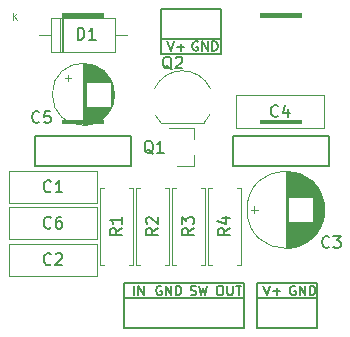
<source format=gto>
%TF.GenerationSoftware,KiCad,Pcbnew,(5.99.0-2514-g93e326803)*%
%TF.CreationDate,2020-08-01T18:07:19+03:00*%
%TF.ProjectId,los-fuelles,6c6f732d-6675-4656-9c6c-65732e6b6963,rev?*%
%TF.SameCoordinates,Original*%
%TF.FileFunction,Legend,Top*%
%TF.FilePolarity,Positive*%
%FSLAX46Y46*%
G04 Gerber Fmt 4.6, Leading zero omitted, Abs format (unit mm)*
G04 Created by KiCad (PCBNEW (5.99.0-2514-g93e326803)) date 2020-08-01 18:07:19*
%MOMM*%
%LPD*%
G01*
G04 APERTURE LIST*
%ADD10C,0.150000*%
%ADD11C,0.100000*%
%ADD12C,0.127000*%
%ADD13C,0.120000*%
%ADD14O,1.930400X1.930400*%
%ADD15R,1.930400X1.930400*%
%ADD16R,1.500000X1.500000*%
%ADD17C,1.500000*%
%ADD18C,1.600000*%
%ADD19O,1.600000X1.600000*%
%ADD20O,2.250000X2.250000*%
%ADD21R,2.200000X2.200000*%
%ADD22O,2.200000X2.200000*%
%ADD23R,1.600000X1.600000*%
%ADD24R,0.900000X0.800000*%
G04 APERTURE END LIST*
D10*
%TO.C,J3*%
X137731600Y-112718904D02*
X137883980Y-112718904D01*
X137960171Y-112757000D01*
X138036361Y-112833190D01*
X138074457Y-112985571D01*
X138074457Y-113252238D01*
X138036361Y-113404619D01*
X137960171Y-113480809D01*
X137883980Y-113518904D01*
X137731600Y-113518904D01*
X137655409Y-113480809D01*
X137579219Y-113404619D01*
X137541123Y-113252238D01*
X137541123Y-112985571D01*
X137579219Y-112833190D01*
X137655409Y-112757000D01*
X137731600Y-112718904D01*
X138417314Y-112718904D02*
X138417314Y-113366523D01*
X138455409Y-113442714D01*
X138493504Y-113480809D01*
X138569695Y-113518904D01*
X138722076Y-113518904D01*
X138798266Y-113480809D01*
X138836361Y-113442714D01*
X138874457Y-113366523D01*
X138874457Y-112718904D01*
X139141123Y-112718904D02*
X139598266Y-112718904D01*
X139369695Y-113518904D02*
X139369695Y-112718904D01*
X135305885Y-113480809D02*
X135420171Y-113518904D01*
X135610647Y-113518904D01*
X135686838Y-113480809D01*
X135724933Y-113442714D01*
X135763028Y-113366523D01*
X135763028Y-113290333D01*
X135724933Y-113214142D01*
X135686838Y-113176047D01*
X135610647Y-113137952D01*
X135458266Y-113099857D01*
X135382076Y-113061761D01*
X135343980Y-113023666D01*
X135305885Y-112947476D01*
X135305885Y-112871285D01*
X135343980Y-112795095D01*
X135382076Y-112757000D01*
X135458266Y-112718904D01*
X135648742Y-112718904D01*
X135763028Y-112757000D01*
X136029695Y-112718904D02*
X136220171Y-113518904D01*
X136372552Y-112947476D01*
X136524933Y-113518904D01*
X136715409Y-112718904D01*
X132842076Y-112757000D02*
X132765885Y-112718904D01*
X132651600Y-112718904D01*
X132537314Y-112757000D01*
X132461123Y-112833190D01*
X132423028Y-112909380D01*
X132384933Y-113061761D01*
X132384933Y-113176047D01*
X132423028Y-113328428D01*
X132461123Y-113404619D01*
X132537314Y-113480809D01*
X132651600Y-113518904D01*
X132727790Y-113518904D01*
X132842076Y-113480809D01*
X132880171Y-113442714D01*
X132880171Y-113176047D01*
X132727790Y-113176047D01*
X133223028Y-113518904D02*
X133223028Y-112718904D01*
X133680171Y-113518904D01*
X133680171Y-112718904D01*
X134061123Y-113518904D02*
X134061123Y-112718904D01*
X134251600Y-112718904D01*
X134365885Y-112757000D01*
X134442076Y-112833190D01*
X134480171Y-112909380D01*
X134518266Y-113061761D01*
X134518266Y-113176047D01*
X134480171Y-113328428D01*
X134442076Y-113404619D01*
X134365885Y-113480809D01*
X134251600Y-113518904D01*
X134061123Y-113518904D01*
X130492552Y-113518904D02*
X130492552Y-112718904D01*
X130873504Y-113518904D02*
X130873504Y-112718904D01*
X131330647Y-113518904D01*
X131330647Y-112718904D01*
%TO.C,Q2*%
X133711961Y-94426019D02*
X133616723Y-94378400D01*
X133521485Y-94283161D01*
X133378628Y-94140304D01*
X133283390Y-94092685D01*
X133188152Y-94092685D01*
X133235771Y-94330780D02*
X133140533Y-94283161D01*
X133045295Y-94187923D01*
X132997676Y-93997447D01*
X132997676Y-93664114D01*
X133045295Y-93473638D01*
X133140533Y-93378400D01*
X133235771Y-93330780D01*
X133426247Y-93330780D01*
X133521485Y-93378400D01*
X133616723Y-93473638D01*
X133664342Y-93664114D01*
X133664342Y-93997447D01*
X133616723Y-94187923D01*
X133521485Y-94283161D01*
X133426247Y-94330780D01*
X133235771Y-94330780D01*
X134045295Y-93426019D02*
X134092914Y-93378400D01*
X134188152Y-93330780D01*
X134426247Y-93330780D01*
X134521485Y-93378400D01*
X134569104Y-93426019D01*
X134616723Y-93521257D01*
X134616723Y-93616495D01*
X134569104Y-93759352D01*
X133997676Y-94330780D01*
X134616723Y-94330780D01*
%TO.C,J2*%
X133350095Y-92043304D02*
X133616761Y-92843304D01*
X133883428Y-92043304D01*
X134150095Y-92538542D02*
X134759619Y-92538542D01*
X134454857Y-92843304D02*
X134454857Y-92233780D01*
X135915476Y-92081400D02*
X135839285Y-92043304D01*
X135725000Y-92043304D01*
X135610714Y-92081400D01*
X135534523Y-92157590D01*
X135496428Y-92233780D01*
X135458333Y-92386161D01*
X135458333Y-92500447D01*
X135496428Y-92652828D01*
X135534523Y-92729019D01*
X135610714Y-92805209D01*
X135725000Y-92843304D01*
X135801190Y-92843304D01*
X135915476Y-92805209D01*
X135953571Y-92767114D01*
X135953571Y-92500447D01*
X135801190Y-92500447D01*
X136296428Y-92843304D02*
X136296428Y-92043304D01*
X136753571Y-92843304D01*
X136753571Y-92043304D01*
X137134523Y-92843304D02*
X137134523Y-92043304D01*
X137325000Y-92043304D01*
X137439285Y-92081400D01*
X137515476Y-92157590D01*
X137553571Y-92233780D01*
X137591666Y-92386161D01*
X137591666Y-92500447D01*
X137553571Y-92652828D01*
X137515476Y-92729019D01*
X137439285Y-92805209D01*
X137325000Y-92843304D01*
X137134523Y-92843304D01*
%TO.C,J1*%
X144170476Y-112757000D02*
X144094285Y-112718904D01*
X143980000Y-112718904D01*
X143865714Y-112757000D01*
X143789523Y-112833190D01*
X143751428Y-112909380D01*
X143713333Y-113061761D01*
X143713333Y-113176047D01*
X143751428Y-113328428D01*
X143789523Y-113404619D01*
X143865714Y-113480809D01*
X143980000Y-113518904D01*
X144056190Y-113518904D01*
X144170476Y-113480809D01*
X144208571Y-113442714D01*
X144208571Y-113176047D01*
X144056190Y-113176047D01*
X144551428Y-113518904D02*
X144551428Y-112718904D01*
X145008571Y-113518904D01*
X145008571Y-112718904D01*
X145389523Y-113518904D02*
X145389523Y-112718904D01*
X145580000Y-112718904D01*
X145694285Y-112757000D01*
X145770476Y-112833190D01*
X145808571Y-112909380D01*
X145846666Y-113061761D01*
X145846666Y-113176047D01*
X145808571Y-113328428D01*
X145770476Y-113404619D01*
X145694285Y-113480809D01*
X145580000Y-113518904D01*
X145389523Y-113518904D01*
X141478095Y-112718904D02*
X141744761Y-113518904D01*
X142011428Y-112718904D01*
X142278095Y-113214142D02*
X142887619Y-113214142D01*
X142582857Y-113518904D02*
X142582857Y-112909380D01*
%TO.C,C6*%
X123491333Y-107799142D02*
X123443714Y-107846761D01*
X123300857Y-107894380D01*
X123205619Y-107894380D01*
X123062761Y-107846761D01*
X122967523Y-107751523D01*
X122919904Y-107656285D01*
X122872285Y-107465809D01*
X122872285Y-107322952D01*
X122919904Y-107132476D01*
X122967523Y-107037238D01*
X123062761Y-106942000D01*
X123205619Y-106894380D01*
X123300857Y-106894380D01*
X123443714Y-106942000D01*
X123491333Y-106989619D01*
X124348476Y-106894380D02*
X124158000Y-106894380D01*
X124062761Y-106942000D01*
X124015142Y-106989619D01*
X123919904Y-107132476D01*
X123872285Y-107322952D01*
X123872285Y-107703904D01*
X123919904Y-107799142D01*
X123967523Y-107846761D01*
X124062761Y-107894380D01*
X124253238Y-107894380D01*
X124348476Y-107846761D01*
X124396095Y-107799142D01*
X124443714Y-107703904D01*
X124443714Y-107465809D01*
X124396095Y-107370571D01*
X124348476Y-107322952D01*
X124253238Y-107275333D01*
X124062761Y-107275333D01*
X123967523Y-107322952D01*
X123919904Y-107370571D01*
X123872285Y-107465809D01*
%TO.C,R3*%
X135580380Y-107862666D02*
X135104190Y-108196000D01*
X135580380Y-108434095D02*
X134580380Y-108434095D01*
X134580380Y-108053142D01*
X134628000Y-107957904D01*
X134675619Y-107910285D01*
X134770857Y-107862666D01*
X134913714Y-107862666D01*
X135008952Y-107910285D01*
X135056571Y-107957904D01*
X135104190Y-108053142D01*
X135104190Y-108434095D01*
X134580380Y-107529333D02*
X134580380Y-106910285D01*
X134961333Y-107243619D01*
X134961333Y-107100761D01*
X135008952Y-107005523D01*
X135056571Y-106957904D01*
X135151809Y-106910285D01*
X135389904Y-106910285D01*
X135485142Y-106957904D01*
X135532761Y-107005523D01*
X135580380Y-107100761D01*
X135580380Y-107386476D01*
X135532761Y-107481714D01*
X135485142Y-107529333D01*
%TO.C,R2*%
X132532380Y-107862666D02*
X132056190Y-108196000D01*
X132532380Y-108434095D02*
X131532380Y-108434095D01*
X131532380Y-108053142D01*
X131580000Y-107957904D01*
X131627619Y-107910285D01*
X131722857Y-107862666D01*
X131865714Y-107862666D01*
X131960952Y-107910285D01*
X132008571Y-107957904D01*
X132056190Y-108053142D01*
X132056190Y-108434095D01*
X131627619Y-107481714D02*
X131580000Y-107434095D01*
X131532380Y-107338857D01*
X131532380Y-107100761D01*
X131580000Y-107005523D01*
X131627619Y-106957904D01*
X131722857Y-106910285D01*
X131818095Y-106910285D01*
X131960952Y-106957904D01*
X132532380Y-107529333D01*
X132532380Y-106910285D01*
%TO.C,C4*%
X142719133Y-98350342D02*
X142671514Y-98397961D01*
X142528657Y-98445580D01*
X142433419Y-98445580D01*
X142290561Y-98397961D01*
X142195323Y-98302723D01*
X142147704Y-98207485D01*
X142100085Y-98017009D01*
X142100085Y-97874152D01*
X142147704Y-97683676D01*
X142195323Y-97588438D01*
X142290561Y-97493200D01*
X142433419Y-97445580D01*
X142528657Y-97445580D01*
X142671514Y-97493200D01*
X142719133Y-97540819D01*
X143576276Y-97778914D02*
X143576276Y-98445580D01*
X143338180Y-97397961D02*
X143100085Y-98112247D01*
X143719133Y-98112247D01*
%TO.C,C2*%
X123491333Y-110897942D02*
X123443714Y-110945561D01*
X123300857Y-110993180D01*
X123205619Y-110993180D01*
X123062761Y-110945561D01*
X122967523Y-110850323D01*
X122919904Y-110755085D01*
X122872285Y-110564609D01*
X122872285Y-110421752D01*
X122919904Y-110231276D01*
X122967523Y-110136038D01*
X123062761Y-110040800D01*
X123205619Y-109993180D01*
X123300857Y-109993180D01*
X123443714Y-110040800D01*
X123491333Y-110088419D01*
X123872285Y-110088419D02*
X123919904Y-110040800D01*
X124015142Y-109993180D01*
X124253238Y-109993180D01*
X124348476Y-110040800D01*
X124396095Y-110088419D01*
X124443714Y-110183657D01*
X124443714Y-110278895D01*
X124396095Y-110421752D01*
X123824666Y-110993180D01*
X124443714Y-110993180D01*
%TO.C,R1*%
X129484380Y-107862666D02*
X129008190Y-108196000D01*
X129484380Y-108434095D02*
X128484380Y-108434095D01*
X128484380Y-108053142D01*
X128532000Y-107957904D01*
X128579619Y-107910285D01*
X128674857Y-107862666D01*
X128817714Y-107862666D01*
X128912952Y-107910285D01*
X128960571Y-107957904D01*
X129008190Y-108053142D01*
X129008190Y-108434095D01*
X129484380Y-106910285D02*
X129484380Y-107481714D01*
X129484380Y-107196000D02*
X128484380Y-107196000D01*
X128627238Y-107291238D01*
X128722476Y-107386476D01*
X128770095Y-107481714D01*
%TO.C,C1*%
X123495133Y-104725742D02*
X123447514Y-104773361D01*
X123304657Y-104820980D01*
X123209419Y-104820980D01*
X123066561Y-104773361D01*
X122971323Y-104678123D01*
X122923704Y-104582885D01*
X122876085Y-104392409D01*
X122876085Y-104249552D01*
X122923704Y-104059076D01*
X122971323Y-103963838D01*
X123066561Y-103868600D01*
X123209419Y-103820980D01*
X123304657Y-103820980D01*
X123447514Y-103868600D01*
X123495133Y-103916219D01*
X124447514Y-104820980D02*
X123876085Y-104820980D01*
X124161800Y-104820980D02*
X124161800Y-103820980D01*
X124066561Y-103963838D01*
X123971323Y-104059076D01*
X123876085Y-104106695D01*
%TO.C,D1*%
X125753904Y-91892380D02*
X125753904Y-90892380D01*
X125992000Y-90892380D01*
X126134857Y-90940000D01*
X126230095Y-91035238D01*
X126277714Y-91130476D01*
X126325333Y-91320952D01*
X126325333Y-91463809D01*
X126277714Y-91654285D01*
X126230095Y-91749523D01*
X126134857Y-91844761D01*
X125992000Y-91892380D01*
X125753904Y-91892380D01*
X127277714Y-91892380D02*
X126706285Y-91892380D01*
X126992000Y-91892380D02*
X126992000Y-90892380D01*
X126896761Y-91035238D01*
X126801523Y-91130476D01*
X126706285Y-91178095D01*
D11*
X120238857Y-90238228D02*
X120238857Y-89638228D01*
X120581714Y-90238228D02*
X120324571Y-89895371D01*
X120581714Y-89638228D02*
X120238857Y-89981085D01*
D10*
%TO.C,C3*%
X147051733Y-109424742D02*
X147004114Y-109472361D01*
X146861257Y-109519980D01*
X146766019Y-109519980D01*
X146623161Y-109472361D01*
X146527923Y-109377123D01*
X146480304Y-109281885D01*
X146432685Y-109091409D01*
X146432685Y-108948552D01*
X146480304Y-108758076D01*
X146527923Y-108662838D01*
X146623161Y-108567600D01*
X146766019Y-108519980D01*
X146861257Y-108519980D01*
X147004114Y-108567600D01*
X147051733Y-108615219D01*
X147385066Y-108519980D02*
X148004114Y-108519980D01*
X147670780Y-108900933D01*
X147813638Y-108900933D01*
X147908876Y-108948552D01*
X147956495Y-108996171D01*
X148004114Y-109091409D01*
X148004114Y-109329504D01*
X147956495Y-109424742D01*
X147908876Y-109472361D01*
X147813638Y-109519980D01*
X147527923Y-109519980D01*
X147432685Y-109472361D01*
X147385066Y-109424742D01*
%TO.C,C5*%
X122515333Y-98858342D02*
X122467714Y-98905961D01*
X122324857Y-98953580D01*
X122229619Y-98953580D01*
X122086761Y-98905961D01*
X121991523Y-98810723D01*
X121943904Y-98715485D01*
X121896285Y-98525009D01*
X121896285Y-98382152D01*
X121943904Y-98191676D01*
X121991523Y-98096438D01*
X122086761Y-98001200D01*
X122229619Y-97953580D01*
X122324857Y-97953580D01*
X122467714Y-98001200D01*
X122515333Y-98048819D01*
X123420095Y-97953580D02*
X122943904Y-97953580D01*
X122896285Y-98429771D01*
X122943904Y-98382152D01*
X123039142Y-98334533D01*
X123277238Y-98334533D01*
X123372476Y-98382152D01*
X123420095Y-98429771D01*
X123467714Y-98525009D01*
X123467714Y-98763104D01*
X123420095Y-98858342D01*
X123372476Y-98905961D01*
X123277238Y-98953580D01*
X123039142Y-98953580D01*
X122943904Y-98905961D01*
X122896285Y-98858342D01*
%TO.C,R4*%
X138628380Y-107862666D02*
X138152190Y-108196000D01*
X138628380Y-108434095D02*
X137628380Y-108434095D01*
X137628380Y-108053142D01*
X137676000Y-107957904D01*
X137723619Y-107910285D01*
X137818857Y-107862666D01*
X137961714Y-107862666D01*
X138056952Y-107910285D01*
X138104571Y-107957904D01*
X138152190Y-108053142D01*
X138152190Y-108434095D01*
X137961714Y-107005523D02*
X138628380Y-107005523D01*
X137580761Y-107243619D02*
X138295047Y-107481714D01*
X138295047Y-106862666D01*
%TO.C,Q1*%
X132137161Y-101563419D02*
X132041923Y-101515800D01*
X131946685Y-101420561D01*
X131803828Y-101277704D01*
X131708590Y-101230085D01*
X131613352Y-101230085D01*
X131660971Y-101468180D02*
X131565733Y-101420561D01*
X131470495Y-101325323D01*
X131422876Y-101134847D01*
X131422876Y-100801514D01*
X131470495Y-100611038D01*
X131565733Y-100515800D01*
X131660971Y-100468180D01*
X131851447Y-100468180D01*
X131946685Y-100515800D01*
X132041923Y-100611038D01*
X132089542Y-100801514D01*
X132089542Y-101134847D01*
X132041923Y-101325323D01*
X131946685Y-101420561D01*
X131851447Y-101468180D01*
X131660971Y-101468180D01*
X133041923Y-101468180D02*
X132470495Y-101468180D01*
X132756209Y-101468180D02*
X132756209Y-100468180D01*
X132660971Y-100611038D01*
X132565733Y-100706276D01*
X132470495Y-100753895D01*
D12*
%TO.C,J3*%
X139801600Y-113792000D02*
X139801600Y-112522000D01*
X129641600Y-113792000D02*
X129641600Y-112522000D01*
X139801600Y-112522000D02*
X129641600Y-112522000D01*
X139801600Y-116332000D02*
X139801600Y-113792000D01*
X129641600Y-116332000D02*
X129641600Y-113792000D01*
X139801600Y-116332000D02*
X129641600Y-116332000D01*
X129641600Y-113792000D02*
X139801600Y-113792000D01*
D13*
%TO.C,Q2*%
X136944184Y-98252395D02*
G75*
G02*
X136420000Y-98979600I-2324184J1122795D01*
G01*
X136976400Y-96030793D02*
G75*
G03*
X134620000Y-94529600I-2356400J-1098807D01*
G01*
X132263600Y-96030793D02*
G75*
G02*
X134620000Y-94529600I2356400J-1098807D01*
G01*
X132295816Y-98252395D02*
G75*
G03*
X132820000Y-98979600I2324184J1122795D01*
G01*
X132820000Y-98979600D02*
X136420000Y-98979600D01*
D12*
%TO.C,J2*%
X132842000Y-89306400D02*
X137922000Y-89306400D01*
X137922000Y-91846400D02*
X132842000Y-91846400D01*
X132842000Y-91846400D02*
X132842000Y-89306400D01*
X137922000Y-91846400D02*
X137922000Y-89306400D01*
X137922000Y-93116400D02*
X132842000Y-93116400D01*
X132842000Y-93116400D02*
X132842000Y-91846400D01*
X137922000Y-93116400D02*
X137922000Y-91846400D01*
%TO.C,J1*%
X146050000Y-113792000D02*
X146050000Y-112522000D01*
X140970000Y-113792000D02*
X140970000Y-112522000D01*
X146050000Y-112522000D02*
X140970000Y-112522000D01*
X146050000Y-116332000D02*
X146050000Y-113792000D01*
X140970000Y-116332000D02*
X140970000Y-113792000D01*
X146050000Y-116332000D02*
X140970000Y-116332000D01*
X140970000Y-113792000D02*
X146050000Y-113792000D01*
D13*
%TO.C,C6*%
X119938000Y-106072000D02*
X119938000Y-108812000D01*
X119938000Y-108812000D02*
X127378000Y-108812000D01*
X119938000Y-106072000D02*
X127378000Y-106072000D01*
X127378000Y-106072000D02*
X127378000Y-108812000D01*
%TO.C,R3*%
X133758000Y-104426000D02*
X134088000Y-104426000D01*
X136168000Y-110966000D02*
X136498000Y-110966000D01*
X136498000Y-110966000D02*
X136498000Y-104426000D01*
X134088000Y-110966000D02*
X133758000Y-110966000D01*
X136498000Y-104426000D02*
X136168000Y-104426000D01*
X133758000Y-110966000D02*
X133758000Y-104426000D01*
D12*
%TO.C,RV1*%
X122174000Y-102616000D02*
X130302000Y-102616000D01*
X130302000Y-100076000D02*
X122174000Y-100076000D01*
X130302000Y-102616000D02*
X130302000Y-100076000D01*
X122174000Y-100076000D02*
X122174000Y-102616000D01*
G36*
X128016000Y-99060000D02*
G01*
X124460000Y-99060000D01*
X124460000Y-98679000D01*
X128016000Y-98679000D01*
X128016000Y-99060000D01*
G37*
G36*
X128016000Y-90043000D02*
G01*
X124460000Y-90043000D01*
X124460000Y-89662000D01*
X128016000Y-89662000D01*
X128016000Y-90043000D01*
G37*
D13*
%TO.C,R2*%
X130710000Y-104426000D02*
X131040000Y-104426000D01*
X133120000Y-110966000D02*
X133450000Y-110966000D01*
X133450000Y-110966000D02*
X133450000Y-104426000D01*
X131040000Y-110966000D02*
X130710000Y-110966000D01*
X133450000Y-104426000D02*
X133120000Y-104426000D01*
X130710000Y-110966000D02*
X130710000Y-104426000D01*
%TO.C,C4*%
X139165800Y-96623200D02*
X139165800Y-99363200D01*
X139165800Y-99363200D02*
X146605800Y-99363200D01*
X139165800Y-96623200D02*
X146605800Y-96623200D01*
X146605800Y-96623200D02*
X146605800Y-99363200D01*
%TO.C,C2*%
X119938000Y-109170800D02*
X119938000Y-111910800D01*
X119938000Y-111910800D02*
X127378000Y-111910800D01*
X119938000Y-109170800D02*
X127378000Y-109170800D01*
X127378000Y-109170800D02*
X127378000Y-111910800D01*
%TO.C,R1*%
X130402000Y-110966000D02*
X130072000Y-110966000D01*
X127992000Y-104426000D02*
X127662000Y-104426000D01*
X127662000Y-104426000D02*
X127662000Y-110966000D01*
X130072000Y-104426000D02*
X130402000Y-104426000D01*
X127662000Y-110966000D02*
X127992000Y-110966000D01*
X130402000Y-104426000D02*
X130402000Y-110966000D01*
%TO.C,C1*%
X127381800Y-105738600D02*
X127381800Y-102998600D01*
X127381800Y-102998600D02*
X119941800Y-102998600D01*
X127381800Y-105738600D02*
X119941800Y-105738600D01*
X119941800Y-105738600D02*
X119941800Y-102998600D01*
%TO.C,D1*%
X124392600Y-90046200D02*
X124392600Y-92986200D01*
X124272600Y-90046200D02*
X124272600Y-92986200D01*
X123492600Y-92986200D02*
X128932600Y-92986200D01*
X129952600Y-91516200D02*
X128932600Y-91516200D01*
X122472600Y-91516200D02*
X123492600Y-91516200D01*
X128932600Y-92986200D02*
X128932600Y-90046200D01*
X128932600Y-90046200D02*
X123492600Y-90046200D01*
X123492600Y-90046200D02*
X123492600Y-92986200D01*
X124512600Y-90046200D02*
X124512600Y-92986200D01*
%TO.C,C3*%
X145884000Y-104255000D02*
X145884000Y-108343000D01*
X144404000Y-103238000D02*
X144404000Y-105259000D01*
X144844000Y-107339000D02*
X144844000Y-109175000D01*
X143403000Y-103069000D02*
X143403000Y-109529000D01*
X145524000Y-107339000D02*
X145524000Y-108715000D01*
X143723000Y-107339000D02*
X143723000Y-109510000D01*
X144043000Y-107339000D02*
X144043000Y-109458000D01*
X144644000Y-107339000D02*
X144644000Y-109269000D01*
X145564000Y-107339000D02*
X145564000Y-108679000D01*
X144364000Y-103225000D02*
X144364000Y-105259000D01*
X143683000Y-103084000D02*
X143683000Y-105259000D01*
X143643000Y-107339000D02*
X143643000Y-109517000D01*
X144964000Y-103487000D02*
X144964000Y-105259000D01*
X146364000Y-105037000D02*
X146364000Y-107561000D01*
X143363000Y-103069000D02*
X143363000Y-109529000D01*
X144284000Y-107339000D02*
X144284000Y-109397000D01*
X146004000Y-104409000D02*
X146004000Y-108189000D01*
X144324000Y-103213000D02*
X144324000Y-105259000D01*
X144724000Y-103365000D02*
X144724000Y-105259000D01*
X144684000Y-103347000D02*
X144684000Y-105259000D01*
X143963000Y-107339000D02*
X143963000Y-109474000D01*
X146404000Y-105134000D02*
X146404000Y-107464000D01*
X140396000Y-106299000D02*
X141026000Y-106299000D01*
X144164000Y-107339000D02*
X144164000Y-109430000D01*
X145164000Y-107339000D02*
X145164000Y-108989000D01*
X145164000Y-103609000D02*
X145164000Y-105259000D01*
X145244000Y-103663000D02*
X145244000Y-105259000D01*
X144043000Y-103140000D02*
X144043000Y-105259000D01*
X146204000Y-104718000D02*
X146204000Y-107880000D01*
X144924000Y-107339000D02*
X144924000Y-109133000D01*
X146564000Y-105666000D02*
X146564000Y-106932000D01*
X144964000Y-107339000D02*
X144964000Y-109111000D01*
X145364000Y-103751000D02*
X145364000Y-105259000D01*
X145724000Y-104075000D02*
X145724000Y-108523000D01*
X145044000Y-107339000D02*
X145044000Y-109065000D01*
X144124000Y-107339000D02*
X144124000Y-109440000D01*
X145564000Y-103919000D02*
X145564000Y-105259000D01*
X145604000Y-103956000D02*
X145604000Y-105259000D01*
X146324000Y-104949000D02*
X146324000Y-107649000D01*
X144764000Y-103383000D02*
X144764000Y-105259000D01*
X144884000Y-107339000D02*
X144884000Y-109155000D01*
X145124000Y-103583000D02*
X145124000Y-105259000D01*
X144564000Y-103297000D02*
X144564000Y-105259000D01*
X144444000Y-107339000D02*
X144444000Y-109346000D01*
X144684000Y-107339000D02*
X144684000Y-109251000D01*
X146164000Y-104649000D02*
X146164000Y-107949000D01*
X145284000Y-107339000D02*
X145284000Y-108906000D01*
X144804000Y-107339000D02*
X144804000Y-109195000D01*
X143883000Y-103110000D02*
X143883000Y-105259000D01*
X143483000Y-103071000D02*
X143483000Y-109527000D01*
X146084000Y-104523000D02*
X146084000Y-108075000D01*
X144724000Y-107339000D02*
X144724000Y-109233000D01*
X144524000Y-107339000D02*
X144524000Y-109317000D01*
X143603000Y-103077000D02*
X143603000Y-105259000D01*
X145644000Y-107339000D02*
X145644000Y-108604000D01*
X145924000Y-104304000D02*
X145924000Y-108294000D01*
X144404000Y-107339000D02*
X144404000Y-109360000D01*
X145444000Y-103815000D02*
X145444000Y-105259000D01*
X145084000Y-103557000D02*
X145084000Y-105259000D01*
X145004000Y-103509000D02*
X145004000Y-105259000D01*
X144003000Y-103132000D02*
X144003000Y-105259000D01*
X144644000Y-103329000D02*
X144644000Y-105259000D01*
X144804000Y-103403000D02*
X144804000Y-105259000D01*
X145604000Y-107339000D02*
X145604000Y-108642000D01*
X144764000Y-107339000D02*
X144764000Y-109215000D01*
X145044000Y-103533000D02*
X145044000Y-105259000D01*
X145524000Y-103883000D02*
X145524000Y-105259000D01*
X143683000Y-107339000D02*
X143683000Y-109514000D01*
X143843000Y-107339000D02*
X143843000Y-109494000D01*
X144244000Y-103189000D02*
X144244000Y-105259000D01*
X145364000Y-107339000D02*
X145364000Y-108847000D01*
X145244000Y-107339000D02*
X145244000Y-108935000D01*
X144444000Y-103252000D02*
X144444000Y-105259000D01*
X145004000Y-107339000D02*
X145004000Y-109089000D01*
X145684000Y-104034000D02*
X145684000Y-108564000D01*
X143723000Y-103088000D02*
X143723000Y-105259000D01*
X146124000Y-104585000D02*
X146124000Y-108013000D01*
X145284000Y-103692000D02*
X145284000Y-105259000D01*
X143523000Y-103072000D02*
X143523000Y-109526000D01*
X144284000Y-103201000D02*
X144284000Y-105259000D01*
X145084000Y-107339000D02*
X145084000Y-109041000D01*
X143843000Y-103104000D02*
X143843000Y-105259000D01*
X145844000Y-104207000D02*
X145844000Y-108391000D01*
X145764000Y-104117000D02*
X145764000Y-108481000D01*
X144244000Y-107339000D02*
X144244000Y-109409000D01*
X146604000Y-105897000D02*
X146604000Y-106701000D01*
X143923000Y-107339000D02*
X143923000Y-109481000D01*
X144564000Y-107339000D02*
X144564000Y-109301000D01*
X145204000Y-107339000D02*
X145204000Y-108963000D01*
X143643000Y-103081000D02*
X143643000Y-105259000D01*
X143563000Y-103075000D02*
X143563000Y-109523000D01*
X145444000Y-107339000D02*
X145444000Y-108783000D01*
X144524000Y-103281000D02*
X144524000Y-105259000D01*
X146484000Y-105359000D02*
X146484000Y-107239000D01*
X143923000Y-103117000D02*
X143923000Y-105259000D01*
X145484000Y-103849000D02*
X145484000Y-105259000D01*
X144924000Y-103465000D02*
X144924000Y-105259000D01*
X146244000Y-104790000D02*
X146244000Y-107808000D01*
X144364000Y-107339000D02*
X144364000Y-109373000D01*
X146044000Y-104465000D02*
X146044000Y-108133000D01*
X144084000Y-103149000D02*
X144084000Y-105259000D01*
X144324000Y-107339000D02*
X144324000Y-109385000D01*
X143443000Y-103069000D02*
X143443000Y-109529000D01*
X145484000Y-107339000D02*
X145484000Y-108749000D01*
X144604000Y-107339000D02*
X144604000Y-109285000D01*
X143763000Y-103093000D02*
X143763000Y-105259000D01*
X144484000Y-103266000D02*
X144484000Y-105259000D01*
X145404000Y-103783000D02*
X145404000Y-105259000D01*
X143763000Y-107339000D02*
X143763000Y-109505000D01*
X146524000Y-105497000D02*
X146524000Y-107101000D01*
X145204000Y-103635000D02*
X145204000Y-105259000D01*
X144204000Y-103178000D02*
X144204000Y-105259000D01*
X143963000Y-103124000D02*
X143963000Y-105259000D01*
X140711000Y-105984000D02*
X140711000Y-106614000D01*
X144003000Y-107339000D02*
X144003000Y-109466000D01*
X144884000Y-103443000D02*
X144884000Y-105259000D01*
X144164000Y-103168000D02*
X144164000Y-105259000D01*
X143883000Y-107339000D02*
X143883000Y-109488000D01*
X144604000Y-103313000D02*
X144604000Y-105259000D01*
X144084000Y-107339000D02*
X144084000Y-109449000D01*
X144124000Y-103158000D02*
X144124000Y-105259000D01*
X144204000Y-107339000D02*
X144204000Y-109420000D01*
X144484000Y-107339000D02*
X144484000Y-109332000D01*
X146284000Y-104867000D02*
X146284000Y-107731000D01*
X146444000Y-105240000D02*
X146444000Y-107358000D01*
X143803000Y-107339000D02*
X143803000Y-109500000D01*
X145804000Y-104162000D02*
X145804000Y-108436000D01*
X145124000Y-107339000D02*
X145124000Y-109015000D01*
X145324000Y-103721000D02*
X145324000Y-105259000D01*
X145404000Y-107339000D02*
X145404000Y-108815000D01*
X145644000Y-103994000D02*
X145644000Y-105259000D01*
X144844000Y-103423000D02*
X144844000Y-105259000D01*
X143603000Y-107339000D02*
X143603000Y-109521000D01*
X145324000Y-107339000D02*
X145324000Y-108877000D01*
X143803000Y-103098000D02*
X143803000Y-105259000D01*
X145964000Y-104355000D02*
X145964000Y-108243000D01*
X146633000Y-106299000D02*
G75*
G03*
X146633000Y-106299000I-3270000J0D01*
G01*
%TO.C,C5*%
X126778000Y-97560000D02*
X126778000Y-99040000D01*
X126538000Y-93959000D02*
X126538000Y-95480000D01*
X128019000Y-97560000D02*
X128019000Y-98384000D01*
X126378000Y-93944000D02*
X126378000Y-99096000D01*
X127859000Y-97560000D02*
X127859000Y-98524000D01*
X128499000Y-97560000D02*
X128499000Y-97771000D01*
X127779000Y-94455000D02*
X127779000Y-95480000D01*
X126218000Y-93940000D02*
X126218000Y-99100000D01*
X128459000Y-97560000D02*
X128459000Y-97839000D01*
X127379000Y-97560000D02*
X127379000Y-98830000D01*
X126818000Y-97560000D02*
X126818000Y-99031000D01*
X127299000Y-97560000D02*
X127299000Y-98868000D01*
X127099000Y-97560000D02*
X127099000Y-98948000D01*
X127099000Y-94092000D02*
X127099000Y-95480000D01*
X126458000Y-93951000D02*
X126458000Y-95480000D01*
X128659000Y-95605000D02*
X128659000Y-97435000D01*
X127819000Y-97560000D02*
X127819000Y-98555000D01*
X128299000Y-97560000D02*
X128299000Y-98074000D01*
X126498000Y-93955000D02*
X126498000Y-95480000D01*
X128259000Y-97560000D02*
X128259000Y-98125000D01*
X126498000Y-97560000D02*
X126498000Y-99085000D01*
X128339000Y-97560000D02*
X128339000Y-98020000D01*
X127819000Y-94485000D02*
X127819000Y-95480000D01*
X128219000Y-97560000D02*
X128219000Y-98173000D01*
X127779000Y-97560000D02*
X127779000Y-98585000D01*
X127419000Y-97560000D02*
X127419000Y-98810000D01*
X127899000Y-94549000D02*
X127899000Y-95480000D01*
X127979000Y-94619000D02*
X127979000Y-95480000D01*
X127979000Y-97560000D02*
X127979000Y-98421000D01*
X127419000Y-94230000D02*
X127419000Y-95480000D01*
X128779000Y-96002000D02*
X128779000Y-97038000D01*
X128579000Y-95422000D02*
X128579000Y-97618000D01*
X127219000Y-94138000D02*
X127219000Y-95480000D01*
X127939000Y-94583000D02*
X127939000Y-95480000D01*
X127939000Y-97560000D02*
X127939000Y-98457000D01*
X128019000Y-94656000D02*
X128019000Y-95480000D01*
X126618000Y-93970000D02*
X126618000Y-95480000D01*
X126939000Y-97560000D02*
X126939000Y-99000000D01*
X127859000Y-94516000D02*
X127859000Y-95480000D01*
X127619000Y-97560000D02*
X127619000Y-98695000D01*
X126939000Y-94040000D02*
X126939000Y-95480000D01*
X126258000Y-93940000D02*
X126258000Y-99100000D01*
X128419000Y-95137000D02*
X128419000Y-95480000D01*
X127539000Y-97560000D02*
X127539000Y-98744000D01*
X127699000Y-94398000D02*
X127699000Y-95480000D01*
X127579000Y-97560000D02*
X127579000Y-98720000D01*
X128139000Y-94777000D02*
X128139000Y-95480000D01*
X126698000Y-93984000D02*
X126698000Y-95480000D01*
X127539000Y-94296000D02*
X127539000Y-95480000D01*
X128419000Y-97560000D02*
X128419000Y-97903000D01*
X127139000Y-94106000D02*
X127139000Y-95480000D01*
X128819000Y-96236000D02*
X128819000Y-96804000D01*
X128259000Y-94915000D02*
X128259000Y-95480000D01*
X126738000Y-93992000D02*
X126738000Y-95480000D01*
X127339000Y-97560000D02*
X127339000Y-98849000D01*
X127219000Y-97560000D02*
X127219000Y-98902000D01*
X126858000Y-97560000D02*
X126858000Y-99021000D01*
X127259000Y-97560000D02*
X127259000Y-98885000D01*
X127699000Y-97560000D02*
X127699000Y-98642000D01*
X128499000Y-95269000D02*
X128499000Y-95480000D01*
X127339000Y-94191000D02*
X127339000Y-95480000D01*
X128699000Y-95715000D02*
X128699000Y-97325000D01*
X128179000Y-94821000D02*
X128179000Y-95480000D01*
X127459000Y-94252000D02*
X127459000Y-95480000D01*
X128139000Y-97560000D02*
X128139000Y-98263000D01*
X127499000Y-94273000D02*
X127499000Y-95480000D01*
X127019000Y-94065000D02*
X127019000Y-95480000D01*
X128059000Y-94694000D02*
X128059000Y-95480000D01*
X128099000Y-97560000D02*
X128099000Y-98305000D01*
X126538000Y-97560000D02*
X126538000Y-99081000D01*
X124968000Y-94873000D02*
X124968000Y-95373000D01*
X128379000Y-97560000D02*
X128379000Y-97963000D01*
X126338000Y-93942000D02*
X126338000Y-99098000D01*
X127899000Y-97560000D02*
X127899000Y-98491000D01*
X128099000Y-94735000D02*
X128099000Y-95480000D01*
X128299000Y-94966000D02*
X128299000Y-95480000D01*
X124718000Y-95123000D02*
X125218000Y-95123000D01*
X126298000Y-93941000D02*
X126298000Y-99099000D01*
X126458000Y-97560000D02*
X126458000Y-99089000D01*
X127659000Y-97560000D02*
X127659000Y-98669000D01*
X126979000Y-94052000D02*
X126979000Y-95480000D01*
X128059000Y-97560000D02*
X128059000Y-98346000D01*
X128339000Y-95020000D02*
X128339000Y-95480000D01*
X128219000Y-94867000D02*
X128219000Y-95480000D01*
X128619000Y-95509000D02*
X128619000Y-97531000D01*
X128539000Y-95342000D02*
X128539000Y-97698000D01*
X126898000Y-94029000D02*
X126898000Y-95480000D01*
X126979000Y-97560000D02*
X126979000Y-98988000D01*
X126818000Y-94009000D02*
X126818000Y-95480000D01*
X127619000Y-94345000D02*
X127619000Y-95480000D01*
X127379000Y-94210000D02*
X127379000Y-95480000D01*
X128379000Y-95077000D02*
X128379000Y-95480000D01*
X128739000Y-95843000D02*
X128739000Y-97197000D01*
X126658000Y-93977000D02*
X126658000Y-95480000D01*
X126778000Y-94000000D02*
X126778000Y-95480000D01*
X126738000Y-97560000D02*
X126738000Y-99048000D01*
X127059000Y-97560000D02*
X127059000Y-98962000D01*
X126618000Y-97560000D02*
X126618000Y-99070000D01*
X126578000Y-93964000D02*
X126578000Y-95480000D01*
X128459000Y-95201000D02*
X128459000Y-95480000D01*
X127019000Y-97560000D02*
X127019000Y-98975000D01*
X127299000Y-94172000D02*
X127299000Y-95480000D01*
X127139000Y-97560000D02*
X127139000Y-98934000D01*
X127579000Y-94320000D02*
X127579000Y-95480000D01*
X127259000Y-94155000D02*
X127259000Y-95480000D01*
X127499000Y-97560000D02*
X127499000Y-98767000D01*
X127659000Y-94371000D02*
X127659000Y-95480000D01*
X126658000Y-97560000D02*
X126658000Y-99063000D01*
X127059000Y-94078000D02*
X127059000Y-95480000D01*
X126578000Y-97560000D02*
X126578000Y-99076000D01*
X126898000Y-97560000D02*
X126898000Y-99011000D01*
X127459000Y-97560000D02*
X127459000Y-98788000D01*
X127739000Y-97560000D02*
X127739000Y-98615000D01*
X126698000Y-97560000D02*
X126698000Y-99056000D01*
X127739000Y-94425000D02*
X127739000Y-95480000D01*
X127179000Y-97560000D02*
X127179000Y-98918000D01*
X128179000Y-97560000D02*
X128179000Y-98219000D01*
X127179000Y-94122000D02*
X127179000Y-95480000D01*
X126858000Y-94019000D02*
X126858000Y-95480000D01*
X126418000Y-93947000D02*
X126418000Y-99093000D01*
X128838000Y-96520000D02*
G75*
G03*
X128838000Y-96520000I-2620000J0D01*
G01*
%TO.C,R4*%
X139546000Y-110966000D02*
X139216000Y-110966000D01*
X137136000Y-104426000D02*
X136806000Y-104426000D01*
X136806000Y-104426000D02*
X136806000Y-110966000D01*
X139216000Y-104426000D02*
X139546000Y-104426000D01*
X136806000Y-110966000D02*
X137136000Y-110966000D01*
X139546000Y-104426000D02*
X139546000Y-110966000D01*
%TO.C,Q1*%
X135634000Y-102570400D02*
X134174000Y-102570400D01*
X135634000Y-99410400D02*
X133474000Y-99410400D01*
X135634000Y-102570400D02*
X135634000Y-101640400D01*
X135634000Y-99410400D02*
X135634000Y-100340400D01*
D12*
%TO.C,RV2*%
X138938000Y-102616000D02*
X147066000Y-102616000D01*
X147066000Y-100076000D02*
X138938000Y-100076000D01*
X147066000Y-102616000D02*
X147066000Y-100076000D01*
X138938000Y-100076000D02*
X138938000Y-102616000D01*
G36*
X144780000Y-99060000D02*
G01*
X141224000Y-99060000D01*
X141224000Y-98679000D01*
X144780000Y-98679000D01*
X144780000Y-99060000D01*
G37*
G36*
X144780000Y-90043000D02*
G01*
X141224000Y-90043000D01*
X141224000Y-89662000D01*
X144780000Y-89662000D01*
X144780000Y-90043000D01*
G37*
%TD*%
%LPC*%
D14*
%TO.C,J3*%
X138531600Y-115062000D03*
X135991600Y-115062000D03*
X133451600Y-115062000D03*
D15*
X130911600Y-115062000D03*
%TD*%
D16*
%TO.C,Q2*%
X132080000Y-97129600D03*
D17*
X137160000Y-97129600D03*
X134620000Y-97129600D03*
%TD*%
D14*
%TO.C,J2*%
X136652000Y-90576400D03*
D15*
X134112000Y-90576400D03*
%TD*%
D14*
%TO.C,J1*%
X144780000Y-115062000D03*
D15*
X142240000Y-115062000D03*
%TD*%
D18*
%TO.C,C6*%
X121158000Y-107442000D03*
X126158000Y-107442000D03*
%TD*%
%TO.C,R3*%
X135128000Y-111506000D03*
D19*
X135128000Y-103886000D03*
%TD*%
D20*
%TO.C,RV1*%
X131238000Y-94346000D03*
X121238000Y-94346000D03*
D15*
X128778000Y-101346000D03*
D14*
X126238000Y-101346000D03*
X123698000Y-101346000D03*
%TD*%
D18*
%TO.C,R2*%
X132080000Y-111506000D03*
D19*
X132080000Y-103886000D03*
%TD*%
D18*
%TO.C,C4*%
X140385800Y-97993200D03*
X145385800Y-97993200D03*
%TD*%
%TO.C,C2*%
X121158000Y-110540800D03*
X126158000Y-110540800D03*
%TD*%
%TO.C,R1*%
X129032000Y-103886000D03*
D19*
X129032000Y-111506000D03*
%TD*%
D18*
%TO.C,C1*%
X126161800Y-104368600D03*
X121161800Y-104368600D03*
%TD*%
D21*
%TO.C,D1*%
X121132600Y-91516200D03*
D22*
X131292600Y-91516200D03*
%TD*%
D23*
%TO.C,C3*%
X142113000Y-106299000D03*
D18*
X144613000Y-106299000D03*
%TD*%
D23*
%TO.C,C5*%
X124968000Y-96520000D03*
D18*
X127468000Y-96520000D03*
%TD*%
%TO.C,R4*%
X138176000Y-103886000D03*
D19*
X138176000Y-111506000D03*
%TD*%
D24*
%TO.C,Q1*%
X133874000Y-100040400D03*
X133874000Y-101940400D03*
X135874000Y-100990400D03*
%TD*%
D20*
%TO.C,RV2*%
X138002000Y-94346000D03*
X148002000Y-94346000D03*
D15*
X145542000Y-101346000D03*
D14*
X143002000Y-101346000D03*
X140462000Y-101346000D03*
%TD*%
M02*

</source>
